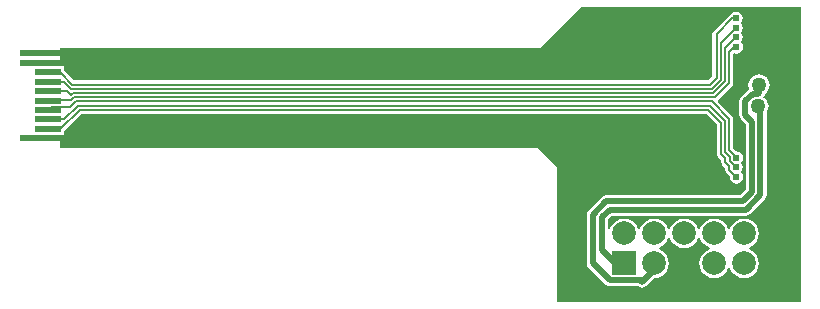
<source format=gbl>
G04 Layer_Physical_Order=2*
G04 Layer_Color=16711680*
%FSAX25Y25*%
%MOIN*%
G70*
G01*
G75*
%ADD10R,0.13780X0.02362*%
%ADD12R,0.08661X0.02362*%
%ADD14C,0.02000*%
%ADD15C,0.07874*%
%ADD16R,0.07874X0.07874*%
%ADD17C,0.02400*%
%ADD18C,0.03000*%
%ADD19C,0.05000*%
%ADD20C,0.00700*%
G36*
X0326769Y0182688D02*
X0245613D01*
Y0226913D01*
X0245516Y0227401D01*
X0245240Y0227815D01*
X0239567Y0233488D01*
X0239153Y0233764D01*
X0238665Y0233861D01*
X0079707D01*
Y0238083D01*
X0081110D01*
Y0239456D01*
X0086930Y0245275D01*
X0295275D01*
X0298745Y0241805D01*
Y0231954D01*
X0298850Y0231427D01*
X0299148Y0230980D01*
X0300223Y0229906D01*
Y0229111D01*
X0300328Y0228584D01*
X0300626Y0228137D01*
X0301592Y0227171D01*
Y0226541D01*
X0301697Y0226015D01*
X0301995Y0225568D01*
X0303053Y0224510D01*
X0303006Y0224275D01*
X0303177Y0223417D01*
X0303663Y0222689D01*
X0304391Y0222203D01*
X0305250Y0222032D01*
X0306108Y0222203D01*
X0306836Y0222689D01*
X0307322Y0223417D01*
X0307493Y0224275D01*
X0307322Y0225134D01*
X0306836Y0225862D01*
X0306805Y0225882D01*
Y0225887D01*
X0307291Y0226615D01*
X0307462Y0227473D01*
X0307291Y0228332D01*
X0306825Y0229029D01*
X0306836Y0229036D01*
X0307322Y0229764D01*
X0307493Y0230622D01*
X0307322Y0231481D01*
X0306836Y0232208D01*
X0306108Y0232695D01*
X0305250Y0232866D01*
X0305138Y0232843D01*
X0304298Y0233684D01*
Y0243535D01*
X0304298Y0243535D01*
X0304193Y0244062D01*
X0303895Y0244509D01*
X0299071Y0249332D01*
X0299120Y0249830D01*
X0299193Y0249878D01*
X0303861Y0254546D01*
X0303861Y0254546D01*
X0304159Y0254993D01*
X0304264Y0255520D01*
X0304264Y0255520D01*
Y0265138D01*
X0304688Y0265505D01*
X0305262Y0265390D01*
X0306121Y0265561D01*
X0306849Y0266047D01*
X0307335Y0266775D01*
X0307506Y0267633D01*
X0307335Y0268492D01*
X0306849Y0269219D01*
X0306787Y0269261D01*
X0307224Y0269915D01*
X0307395Y0270773D01*
X0307224Y0271632D01*
X0307005Y0271959D01*
X0306745Y0272370D01*
X0307005Y0272782D01*
X0307224Y0273109D01*
X0307395Y0273967D01*
X0307224Y0274826D01*
X0306755Y0275527D01*
X0307224Y0276229D01*
X0307395Y0277087D01*
X0307224Y0277946D01*
X0306738Y0278674D01*
X0306010Y0279160D01*
X0305152Y0279330D01*
X0304293Y0279160D01*
X0303565Y0278674D01*
X0303342Y0278339D01*
X0302925Y0278061D01*
X0302925Y0278061D01*
X0297714Y0272850D01*
X0297416Y0272403D01*
X0297311Y0271876D01*
Y0257829D01*
X0295909Y0256428D01*
X0084546D01*
X0081110Y0259863D01*
Y0261343D01*
X0079707D01*
Y0267139D01*
X0239173D01*
X0239661Y0267236D01*
X0240074Y0267512D01*
X0253374Y0280812D01*
X0326769D01*
Y0182688D01*
D02*
G37*
%LPC*%
G36*
X0312842Y0258447D02*
X0311928Y0258326D01*
X0311076Y0257974D01*
X0310345Y0257413D01*
X0309784Y0256681D01*
X0309432Y0255830D01*
X0309311Y0254916D01*
X0309432Y0254003D01*
X0309592Y0253615D01*
X0309324Y0253435D01*
X0306864Y0250975D01*
X0306421Y0250313D01*
X0306266Y0249533D01*
Y0244996D01*
X0306421Y0244215D01*
X0306864Y0243554D01*
X0308560Y0241857D01*
Y0220164D01*
X0306530Y0218135D01*
X0261916D01*
X0261136Y0217979D01*
X0260474Y0217537D01*
X0256048Y0213111D01*
X0255606Y0212449D01*
X0255450Y0211669D01*
Y0195484D01*
X0255606Y0194704D01*
X0256048Y0194042D01*
X0261755Y0188335D01*
X0262417Y0187892D01*
X0263197Y0187737D01*
X0272639D01*
X0273041Y0187468D01*
X0273821Y0187313D01*
X0274602Y0187468D01*
X0275263Y0187910D01*
X0277793Y0190440D01*
X0277839Y0190434D01*
X0279127Y0190603D01*
X0280328Y0191101D01*
X0281360Y0191892D01*
X0282151Y0192924D01*
X0282648Y0194125D01*
X0282818Y0195413D01*
X0282648Y0196702D01*
X0282151Y0197903D01*
X0281360Y0198934D01*
X0280328Y0199726D01*
X0279322Y0200143D01*
Y0200684D01*
X0280328Y0201101D01*
X0281360Y0201892D01*
X0282151Y0202924D01*
X0282568Y0203930D01*
X0283109D01*
X0283526Y0202924D01*
X0284317Y0201892D01*
X0285349Y0201101D01*
X0286550Y0200604D01*
X0287839Y0200434D01*
X0289127Y0200604D01*
X0290328Y0201101D01*
X0291360Y0201892D01*
X0292151Y0202924D01*
X0292568Y0203930D01*
X0293109D01*
X0293526Y0202924D01*
X0294318Y0201892D01*
X0295349Y0201101D01*
X0296355Y0200684D01*
Y0200143D01*
X0295349Y0199726D01*
X0294318Y0198934D01*
X0293526Y0197903D01*
X0293029Y0196702D01*
X0292859Y0195413D01*
X0293029Y0194125D01*
X0293526Y0192924D01*
X0294318Y0191892D01*
X0295349Y0191101D01*
X0296550Y0190603D01*
X0297839Y0190434D01*
X0299127Y0190603D01*
X0300328Y0191101D01*
X0301360Y0191892D01*
X0302151Y0192924D01*
X0302568Y0193930D01*
X0303109D01*
X0303526Y0192924D01*
X0304317Y0191892D01*
X0305349Y0191101D01*
X0306550Y0190603D01*
X0307839Y0190434D01*
X0309127Y0190603D01*
X0310328Y0191101D01*
X0311360Y0191892D01*
X0312151Y0192924D01*
X0312649Y0194125D01*
X0312818Y0195413D01*
X0312649Y0196702D01*
X0312151Y0197903D01*
X0311360Y0198934D01*
X0310328Y0199726D01*
X0309322Y0200143D01*
Y0200684D01*
X0310328Y0201101D01*
X0311360Y0201892D01*
X0312151Y0202924D01*
X0312649Y0204125D01*
X0312818Y0205413D01*
X0312649Y0206702D01*
X0312151Y0207903D01*
X0311360Y0208934D01*
X0310328Y0209726D01*
X0309127Y0210223D01*
X0307839Y0210393D01*
X0306550Y0210223D01*
X0305349Y0209726D01*
X0304317Y0208934D01*
X0303526Y0207903D01*
X0303109Y0206897D01*
X0302568D01*
X0302151Y0207903D01*
X0301360Y0208934D01*
X0300328Y0209726D01*
X0299127Y0210223D01*
X0297839Y0210393D01*
X0296550Y0210223D01*
X0295349Y0209726D01*
X0294318Y0208934D01*
X0293526Y0207903D01*
X0293109Y0206897D01*
X0292568D01*
X0292151Y0207903D01*
X0291360Y0208934D01*
X0290328Y0209726D01*
X0289127Y0210223D01*
X0287839Y0210393D01*
X0286550Y0210223D01*
X0285349Y0209726D01*
X0284317Y0208934D01*
X0283526Y0207903D01*
X0283109Y0206897D01*
X0282568D01*
X0282151Y0207903D01*
X0281360Y0208934D01*
X0280328Y0209726D01*
X0279127Y0210223D01*
X0277839Y0210393D01*
X0276550Y0210223D01*
X0275349Y0209726D01*
X0274318Y0208934D01*
X0273526Y0207903D01*
X0273109Y0206897D01*
X0272568D01*
X0272151Y0207903D01*
X0271360Y0208934D01*
X0270328Y0209726D01*
X0269127Y0210223D01*
X0267839Y0210393D01*
X0266550Y0210223D01*
X0265349Y0209726D01*
X0264317Y0208934D01*
X0263526Y0207903D01*
X0263091Y0206852D01*
X0262591Y0206951D01*
Y0210068D01*
X0263879Y0211356D01*
X0308493D01*
X0309274Y0211511D01*
X0309935Y0211953D01*
X0314741Y0216759D01*
X0315183Y0217421D01*
X0315339Y0218201D01*
Y0245736D01*
X0315563Y0246028D01*
X0315915Y0246880D01*
X0316036Y0247793D01*
X0315915Y0248707D01*
X0315563Y0249558D01*
X0315002Y0250290D01*
X0314639Y0250568D01*
X0314300Y0250901D01*
X0314513Y0251261D01*
X0314725Y0251579D01*
X0314813Y0252017D01*
X0315338Y0252420D01*
X0315899Y0253151D01*
X0316251Y0254003D01*
X0316372Y0254916D01*
X0316251Y0255830D01*
X0315899Y0256681D01*
X0315338Y0257413D01*
X0314607Y0257974D01*
X0313755Y0258326D01*
X0312842Y0258447D01*
D02*
G37*
%LPD*%
D10*
X0073220Y0237114D02*
D03*
Y0262311D02*
D03*
Y0265461D02*
D03*
D12*
X0075779Y0240264D02*
D03*
Y0243413D02*
D03*
Y0249713D02*
D03*
Y0246563D02*
D03*
Y0252862D02*
D03*
Y0259161D02*
D03*
Y0256012D02*
D03*
D14*
X0308306Y0244996D02*
X0310599Y0242702D01*
X0308306Y0244996D02*
Y0249533D01*
X0312475Y0251993D02*
X0312842Y0252359D01*
X0310766Y0251993D02*
X0312475D01*
X0308306Y0249533D02*
X0310766Y0251993D01*
X0312506Y0246735D02*
Y0247793D01*
Y0246735D02*
X0313299Y0245941D01*
X0312842Y0252359D02*
Y0254916D01*
X0310599Y0219320D02*
Y0242702D01*
X0313299Y0218201D02*
Y0245941D01*
X0307375Y0216095D02*
X0310599Y0219320D01*
X0308493Y0213395D02*
X0313299Y0218201D01*
X0261916Y0216095D02*
X0307375D01*
X0257489Y0211669D02*
X0261916Y0216095D01*
X0257489Y0195484D02*
Y0211669D01*
Y0195484D02*
X0263197Y0189776D01*
X0273397D01*
X0273821Y0189352D01*
X0277839Y0193369D01*
Y0195413D01*
X0263035Y0213395D02*
X0308493D01*
X0260552Y0210912D02*
X0263035Y0213395D01*
X0260552Y0199816D02*
Y0210912D01*
Y0199816D02*
X0264954Y0195413D01*
X0267839D01*
D15*
X0307839Y0205413D02*
D03*
X0287839D02*
D03*
X0297839D02*
D03*
X0307839Y0195413D02*
D03*
X0287839D02*
D03*
X0297839D02*
D03*
X0277839Y0205413D02*
D03*
X0267839D02*
D03*
X0277839Y0195413D02*
D03*
D16*
X0267839D02*
D03*
D17*
X0308528Y0264080D02*
D03*
X0306821Y0254004D02*
D03*
X0284653Y0264372D02*
D03*
X0125227Y0235385D02*
D03*
X0220601Y0235374D02*
D03*
X0193824Y0235226D02*
D03*
X0170666Y0235366D02*
D03*
X0146666Y0235226D02*
D03*
X0107789D02*
D03*
X0091789Y0235366D02*
D03*
X0220307Y0265079D02*
D03*
X0192518Y0265233D02*
D03*
X0169824D02*
D03*
X0144346Y0265004D02*
D03*
X0124777Y0265003D02*
D03*
X0106254Y0265193D02*
D03*
X0090759Y0265438D02*
D03*
X0305152Y0273967D02*
D03*
Y0270773D02*
D03*
X0305262Y0267633D02*
D03*
X0305250Y0224275D02*
D03*
X0293636Y0233942D02*
D03*
X0288126Y0233795D02*
D03*
X0293439Y0244371D02*
D03*
X0288417Y0244241D02*
D03*
X0305219Y0227473D02*
D03*
X0305250Y0230622D02*
D03*
X0305152Y0277087D02*
D03*
X0305250Y0244298D02*
D03*
D18*
X0320000Y0190000D02*
D03*
X0280000Y0270000D02*
D03*
Y0230000D02*
D03*
X0270000Y0270000D02*
D03*
Y0230000D02*
D03*
X0275000Y0220000D02*
D03*
X0260000Y0270000D02*
D03*
Y0230000D02*
D03*
X0265000Y0220000D02*
D03*
X0250000Y0270000D02*
D03*
Y0230000D02*
D03*
X0255000Y0220000D02*
D03*
X0250000Y0210000D02*
D03*
Y0190000D02*
D03*
D19*
X0312506Y0247793D02*
D03*
X0312842Y0254916D02*
D03*
D20*
X0300087Y0268903D02*
X0305152Y0273967D01*
X0301487Y0267109D02*
X0305152Y0270773D01*
X0300087Y0256680D02*
Y0268903D01*
X0298688Y0271876D02*
X0303899Y0277087D01*
X0298688Y0257259D02*
Y0271876D01*
X0304629Y0267633D02*
X0305262D01*
X0305235Y0224275D02*
X0305250D01*
X0302969Y0226541D02*
X0305235Y0224275D01*
X0083595Y0249826D02*
X0084620Y0250851D01*
X0297005Y0249451D02*
X0302922Y0243535D01*
X0083241Y0247492D02*
X0085200Y0249451D01*
X0296425Y0248051D02*
X0301521Y0242955D01*
X0081142Y0243413D02*
X0085780Y0248051D01*
X0084620Y0250851D02*
X0298219D01*
X0302888Y0255520D01*
X0083396Y0253651D02*
X0297059D01*
X0081035Y0256012D02*
X0083396Y0253651D01*
X0080088Y0258939D02*
X0083975Y0255051D01*
X0296480D02*
X0298688Y0257259D01*
X0083975Y0255051D02*
X0296480D01*
X0297059Y0253651D02*
X0300087Y0256680D01*
X0297639Y0252251D02*
X0301487Y0256100D01*
X0084040Y0252251D02*
X0297639D01*
X0083348Y0251559D02*
X0084040Y0252251D01*
X0085200Y0249451D02*
X0297005D01*
X0085780Y0248051D02*
X0296425D01*
X0295846Y0246651D02*
X0300121Y0242375D01*
X0086360Y0246651D02*
X0295846D01*
X0079972Y0240264D02*
X0086360Y0246651D01*
X0302922Y0233113D02*
Y0243535D01*
X0301521Y0232534D02*
Y0242955D01*
X0300121Y0231954D02*
Y0242375D01*
Y0231954D02*
X0301600Y0230476D01*
Y0229111D02*
Y0230476D01*
X0301521Y0232534D02*
X0302999Y0231055D01*
Y0229690D02*
Y0231055D01*
X0302922Y0233113D02*
X0305250Y0230785D01*
X0302969Y0226541D02*
Y0227742D01*
X0301600Y0229111D02*
X0302969Y0227742D01*
X0302999Y0229690D02*
X0305217Y0227473D01*
X0305219D01*
X0305250Y0230622D02*
Y0230785D01*
X0302888Y0255520D02*
Y0265891D01*
X0301487Y0256100D02*
Y0267109D01*
X0302888Y0265891D02*
X0304629Y0267633D01*
X0075779Y0256012D02*
X0081035D01*
X0077028Y0258939D02*
X0080088D01*
X0082045Y0252862D02*
X0083348Y0251559D01*
X0075779Y0252862D02*
X0082045D01*
X0075893Y0249826D02*
X0083595D01*
X0080556Y0247492D02*
X0083241D01*
X0075779Y0243413D02*
X0081142D01*
X0075779Y0240264D02*
X0079972D01*
X0075779Y0249713D02*
X0075893Y0249826D01*
X0080545Y0247481D02*
X0080556Y0247492D01*
X0076698Y0247481D02*
X0080545D01*
X0075779Y0246563D02*
X0076698Y0247481D01*
X0303899Y0277087D02*
X0305152D01*
X0075779Y0259161D02*
X0075888Y0259269D01*
M02*

</source>
